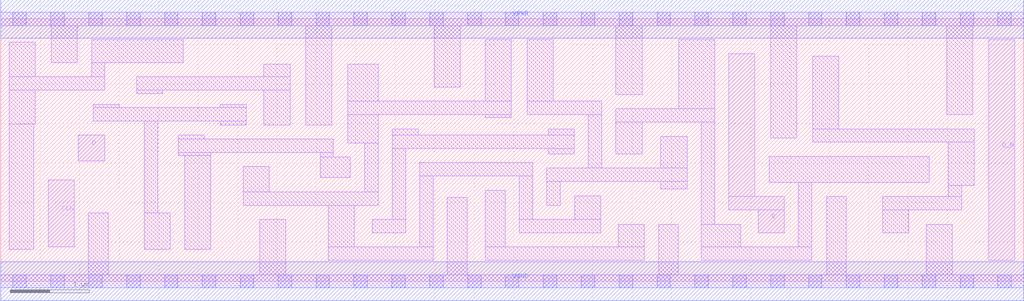
<source format=lef>
# Copyright 2020 The SkyWater PDK Authors
#
# Licensed under the Apache License, Version 2.0 (the "License");
# you may not use this file except in compliance with the License.
# You may obtain a copy of the License at
#
#     https://www.apache.org/licenses/LICENSE-2.0
#
# Unless required by applicable law or agreed to in writing, software
# distributed under the License is distributed on an "AS IS" BASIS,
# WITHOUT WARRANTIES OR CONDITIONS OF ANY KIND, either express or implied.
# See the License for the specific language governing permissions and
# limitations under the License.
#
# SPDX-License-Identifier: Apache-2.0

VERSION 5.7 ;
  NAMESCASESENSITIVE ON ;
  NOWIREEXTENSIONATPIN ON ;
  DIVIDERCHAR "/" ;
  BUSBITCHARS "[]" ;
UNITS
  DATABASE MICRONS 200 ;
END UNITS
MACRO sky130_fd_sc_lp__dfxbp_lp
  CLASS CORE ;
  FOREIGN sky130_fd_sc_lp__dfxbp_lp ;
  ORIGIN  0.000000  0.000000 ;
  SIZE  12.96000 BY  3.330000 ;
  SYMMETRY X Y R90 ;
  SITE unit ;
  PIN D
    ANTENNAGATEAREA  0.376000 ;
    DIRECTION INPUT ;
    USE SIGNAL ;
    PORT
      LAYER li1 ;
        RECT 0.985000 1.525000 1.315000 1.855000 ;
    END
  END D
  PIN Q
    ANTENNADIFFAREA  0.402600 ;
    DIRECTION OUTPUT ;
    USE SIGNAL ;
    PORT
      LAYER li1 ;
        RECT 9.225000 0.905000 9.925000 1.075000 ;
        RECT 9.225000 1.075000 9.555000 2.890000 ;
        RECT 9.595000 0.615000 9.925000 0.905000 ;
    END
  END Q
  PIN Q_N
    ANTENNADIFFAREA  0.404700 ;
    DIRECTION OUTPUT ;
    USE SIGNAL ;
    PORT
      LAYER li1 ;
        RECT 12.515000 0.265000 12.845000 3.065000 ;
    END
  END Q_N
  PIN CLK
    ANTENNAGATEAREA  0.376000 ;
    DIRECTION INPUT ;
    USE CLOCK ;
    PORT
      LAYER li1 ;
        RECT 0.600000 0.440000 0.930000 1.285000 ;
    END
  END CLK
  PIN VGND
    DIRECTION INOUT ;
    USE GROUND ;
    PORT
      LAYER met1 ;
        RECT 0.000000 -0.245000 12.960000 0.245000 ;
    END
  END VGND
  PIN VPWR
    DIRECTION INOUT ;
    USE POWER ;
    PORT
      LAYER met1 ;
        RECT 0.000000 3.085000 12.960000 3.575000 ;
    END
  END VPWR
  OBS
    LAYER li1 ;
      RECT  0.000000 -0.085000 12.960000 0.085000 ;
      RECT  0.000000  3.245000 12.960000 3.415000 ;
      RECT  0.110000  0.405000  0.420000 1.995000 ;
      RECT  0.110000  1.995000  0.440000 2.425000 ;
      RECT  0.110000  2.425000  1.320000 2.595000 ;
      RECT  0.110000  2.595000  0.440000 3.035000 ;
      RECT  0.640000  2.775000  0.970000 3.245000 ;
      RECT  1.110000  0.085000  1.360000 0.865000 ;
      RECT  1.150000  2.595000  1.320000 2.775000 ;
      RECT  1.150000  2.775000  2.315000 3.065000 ;
      RECT  1.170000  2.035000  3.110000 2.205000 ;
      RECT  1.170000  2.205000  1.500000 2.245000 ;
      RECT  1.720000  2.385000  2.050000 2.425000 ;
      RECT  1.720000  2.425000  3.665000 2.595000 ;
      RECT  1.820000  0.405000  2.150000 0.865000 ;
      RECT  1.820000  0.865000  1.990000 2.035000 ;
      RECT  2.250000  1.595000  2.660000 1.635000 ;
      RECT  2.250000  1.635000  4.215000 1.805000 ;
      RECT  2.250000  1.805000  2.580000 1.855000 ;
      RECT  2.330000  0.405000  2.660000 1.595000 ;
      RECT  2.780000  1.985000  3.110000 2.035000 ;
      RECT  2.780000  2.205000  3.110000 2.245000 ;
      RECT  3.075000  0.965000  4.780000 1.135000 ;
      RECT  3.075000  1.135000  3.405000 1.455000 ;
      RECT  3.280000  0.085000  3.610000 0.785000 ;
      RECT  3.335000  1.985000  3.665000 2.425000 ;
      RECT  3.335000  2.595000  3.665000 2.755000 ;
      RECT  3.865000  1.985000  4.195000 3.245000 ;
      RECT  4.045000  1.315000  4.430000 1.575000 ;
      RECT  4.045000  1.575000  4.215000 1.635000 ;
      RECT  4.150000  0.265000  5.480000 0.435000 ;
      RECT  4.150000  0.435000  4.480000 0.965000 ;
      RECT  4.395000  1.755000  4.780000 2.115000 ;
      RECT  4.395000  2.115000  6.470000 2.285000 ;
      RECT  4.395000  2.285000  4.780000 2.755000 ;
      RECT  4.610000  1.135000  4.780000 1.755000 ;
      RECT  4.710000  0.615000  5.130000 0.785000 ;
      RECT  4.960000  0.785000  5.130000 1.685000 ;
      RECT  4.960000  1.685000  7.265000 1.855000 ;
      RECT  4.960000  1.855000  5.290000 1.935000 ;
      RECT  5.310000  0.435000  5.480000 1.335000 ;
      RECT  5.310000  1.335000  6.740000 1.505000 ;
      RECT  5.490000  2.465000  5.820000 3.245000 ;
      RECT  5.660000  0.085000  5.910000 1.065000 ;
      RECT  6.140000  0.265000  8.155000 0.435000 ;
      RECT  6.140000  0.435000  6.390000 1.155000 ;
      RECT  6.140000  2.075000  6.470000 2.115000 ;
      RECT  6.140000  2.285000  6.470000 3.065000 ;
      RECT  6.570000  0.615000  7.600000 0.785000 ;
      RECT  6.570000  0.785000  6.740000 1.335000 ;
      RECT  6.670000  2.115000  7.615000 2.285000 ;
      RECT  6.670000  2.285000  7.000000 3.065000 ;
      RECT  6.920000  0.965000  7.090000 1.265000 ;
      RECT  6.920000  1.265000  8.695000 1.435000 ;
      RECT  6.935000  1.615000  7.265000 1.685000 ;
      RECT  6.935000  1.855000  7.265000 1.935000 ;
      RECT  7.270000  0.785000  7.600000 1.085000 ;
      RECT  7.445000  1.435000  7.615000 2.115000 ;
      RECT  7.795000  1.615000  8.125000 2.020000 ;
      RECT  7.795000  2.020000  9.045000 2.190000 ;
      RECT  7.795000  2.370000  8.125000 3.245000 ;
      RECT  7.825000  0.435000  8.155000 0.725000 ;
      RECT  8.335000  0.085000  8.585000 0.725000 ;
      RECT  8.365000  1.170000  8.695000 1.265000 ;
      RECT  8.365000  1.435000  8.695000 1.840000 ;
      RECT  8.590000  2.190000  9.045000 3.065000 ;
      RECT  8.875000  0.265000 10.275000 0.435000 ;
      RECT  8.875000  0.435000  9.375000 0.725000 ;
      RECT  8.875000  0.725000  9.045000 2.020000 ;
      RECT  9.735000  1.255000 11.765000 1.585000 ;
      RECT  9.755000  1.815000 10.085000 3.245000 ;
      RECT 10.105000  0.435000 10.275000 1.255000 ;
      RECT 10.285000  1.765000 12.335000 1.935000 ;
      RECT 10.285000  1.935000 10.615000 2.855000 ;
      RECT 10.465000  0.085000 10.715000 1.075000 ;
      RECT 11.175000  0.615000 11.505000 0.905000 ;
      RECT 11.175000  0.905000 12.175000 1.075000 ;
      RECT 11.725000  0.085000 12.055000 0.725000 ;
      RECT 11.985000  2.115000 12.315000 3.245000 ;
      RECT 12.005000  1.075000 12.175000 1.215000 ;
      RECT 12.005000  1.215000 12.335000 1.765000 ;
    LAYER mcon ;
      RECT  0.155000 -0.085000  0.325000 0.085000 ;
      RECT  0.155000  3.245000  0.325000 3.415000 ;
      RECT  0.635000 -0.085000  0.805000 0.085000 ;
      RECT  0.635000  3.245000  0.805000 3.415000 ;
      RECT  1.115000 -0.085000  1.285000 0.085000 ;
      RECT  1.115000  3.245000  1.285000 3.415000 ;
      RECT  1.595000 -0.085000  1.765000 0.085000 ;
      RECT  1.595000  3.245000  1.765000 3.415000 ;
      RECT  2.075000 -0.085000  2.245000 0.085000 ;
      RECT  2.075000  3.245000  2.245000 3.415000 ;
      RECT  2.555000 -0.085000  2.725000 0.085000 ;
      RECT  2.555000  3.245000  2.725000 3.415000 ;
      RECT  3.035000 -0.085000  3.205000 0.085000 ;
      RECT  3.035000  3.245000  3.205000 3.415000 ;
      RECT  3.515000 -0.085000  3.685000 0.085000 ;
      RECT  3.515000  3.245000  3.685000 3.415000 ;
      RECT  3.995000 -0.085000  4.165000 0.085000 ;
      RECT  3.995000  3.245000  4.165000 3.415000 ;
      RECT  4.475000 -0.085000  4.645000 0.085000 ;
      RECT  4.475000  3.245000  4.645000 3.415000 ;
      RECT  4.955000 -0.085000  5.125000 0.085000 ;
      RECT  4.955000  3.245000  5.125000 3.415000 ;
      RECT  5.435000 -0.085000  5.605000 0.085000 ;
      RECT  5.435000  3.245000  5.605000 3.415000 ;
      RECT  5.915000 -0.085000  6.085000 0.085000 ;
      RECT  5.915000  3.245000  6.085000 3.415000 ;
      RECT  6.395000 -0.085000  6.565000 0.085000 ;
      RECT  6.395000  3.245000  6.565000 3.415000 ;
      RECT  6.875000 -0.085000  7.045000 0.085000 ;
      RECT  6.875000  3.245000  7.045000 3.415000 ;
      RECT  7.355000 -0.085000  7.525000 0.085000 ;
      RECT  7.355000  3.245000  7.525000 3.415000 ;
      RECT  7.835000 -0.085000  8.005000 0.085000 ;
      RECT  7.835000  3.245000  8.005000 3.415000 ;
      RECT  8.315000 -0.085000  8.485000 0.085000 ;
      RECT  8.315000  3.245000  8.485000 3.415000 ;
      RECT  8.795000 -0.085000  8.965000 0.085000 ;
      RECT  8.795000  3.245000  8.965000 3.415000 ;
      RECT  9.275000 -0.085000  9.445000 0.085000 ;
      RECT  9.275000  3.245000  9.445000 3.415000 ;
      RECT  9.755000 -0.085000  9.925000 0.085000 ;
      RECT  9.755000  3.245000  9.925000 3.415000 ;
      RECT 10.235000 -0.085000 10.405000 0.085000 ;
      RECT 10.235000  3.245000 10.405000 3.415000 ;
      RECT 10.715000 -0.085000 10.885000 0.085000 ;
      RECT 10.715000  3.245000 10.885000 3.415000 ;
      RECT 11.195000 -0.085000 11.365000 0.085000 ;
      RECT 11.195000  3.245000 11.365000 3.415000 ;
      RECT 11.675000 -0.085000 11.845000 0.085000 ;
      RECT 11.675000  3.245000 11.845000 3.415000 ;
      RECT 12.155000 -0.085000 12.325000 0.085000 ;
      RECT 12.155000  3.245000 12.325000 3.415000 ;
      RECT 12.635000 -0.085000 12.805000 0.085000 ;
      RECT 12.635000  3.245000 12.805000 3.415000 ;
  END
END sky130_fd_sc_lp__dfxbp_lp
END LIBRARY

</source>
